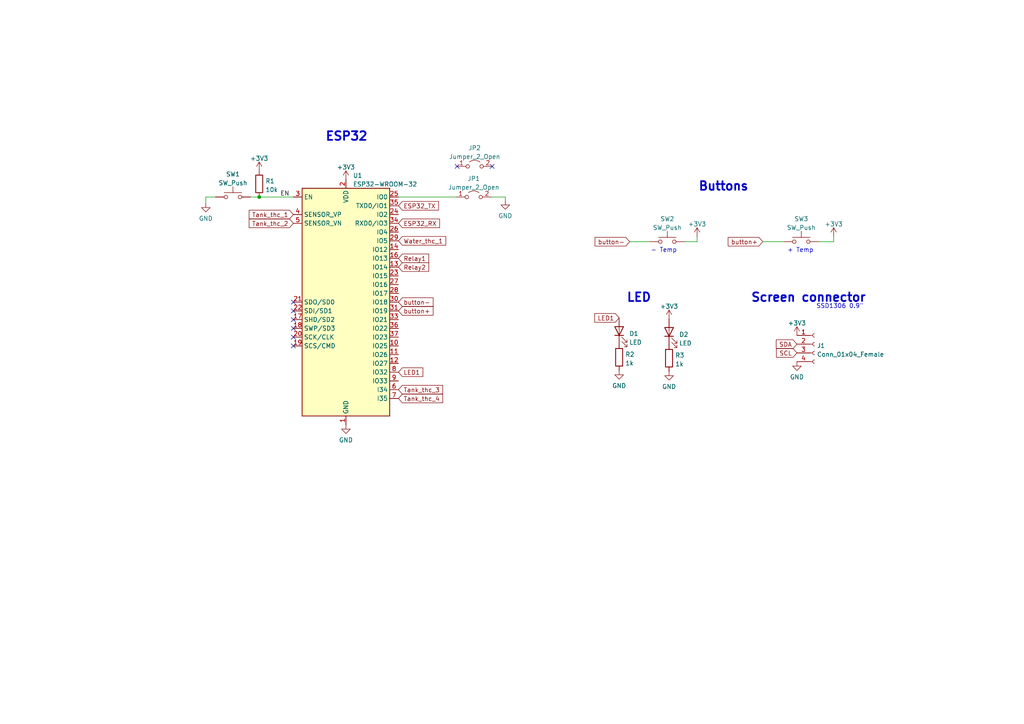
<source format=kicad_sch>
(kicad_sch (version 20211123) (generator eeschema)
  (paper "A4")
  (lib_symbols
    (symbol "Connector:Conn_01x04_Female" (pin_names (offset 1.016) hide)
      (property "Reference" "J" (at 0 5.08 0))
      (property "Value" "Conn_01x04_Female" (at 0 -7.62 0))
      (symbol "Conn_01x04_Female_1_1"
        (arc (start 0 -4.572) (mid -0.508 -5.08) (end 0 -5.588) (stroke (width 0.1524)))
        (arc (start 0 -2.032) (mid -0.508 -2.54) (end 0 -3.048) (stroke (width 0.1524)))
        (polyline (pts (xy -1.27 -5.08) (xy -0.508 -5.08)) (stroke (width 0.1524)))
        (polyline (pts (xy -1.27 -2.54) (xy -0.508 -2.54)) (stroke (width 0.1524)))
        (polyline (pts (xy -1.27 0) (xy -0.508 0)) (stroke (width 0.1524)))
        (polyline (pts (xy -1.27 2.54) (xy -0.508 2.54)) (stroke (width 0.1524)))
        (arc (start 0 0.508) (mid -0.508 0) (end 0 -0.508) (stroke (width 0.1524)))
        (arc (start 0 3.048) (mid -0.508 2.54) (end 0 2.032) (stroke (width 0.1524)))
        (pin passive line (at -5.08 2.54 0) (length 3.81) (name "Pin_1") (number "1"))
        (pin passive line (at -5.08 0 0) (length 3.81) (name "Pin_2") (number "2"))
        (pin passive line (at -5.08 -2.54 0) (length 3.81) (name "Pin_3") (number "3"))
        (pin passive line (at -5.08 -5.08 0) (length 3.81) (name "Pin_4") (number "4"))
      )
    )
    (symbol "Device:LED" (pin_numbers hide) (pin_names (offset 1.016) hide)
      (property "Reference" "D" (at 0 2.54 0))
      (property "Value" "LED" (at 0 -2.54 0))
      (symbol "LED_0_1"
        (polyline (pts (xy -1.27 -1.27) (xy -1.27 1.27)) (stroke (width 0.254)))
        (polyline (pts (xy -1.27 0) (xy 1.27 0)))
        (polyline (pts (xy 1.27 -1.27) (xy 1.27 1.27) (xy -1.27 0) (xy 1.27 -1.27)) (stroke (width 0.254)))
        (polyline (pts (xy -3.048 -0.762) (xy -4.572 -2.286) (xy -3.81 -2.286) (xy -4.572 -2.286) (xy -4.572 -1.524)))
        (polyline (pts (xy -1.778 -0.762) (xy -3.302 -2.286) (xy -2.54 -2.286) (xy -3.302 -2.286) (xy -3.302 -1.524)))
      )
      (symbol "LED_1_1"
        (pin passive line (at -3.81 0 0) (length 2.54) (name "K") (number "1"))
        (pin passive line (at 3.81 0 180) (length 2.54) (name "A") (number "2"))
      )
    )
    (symbol "Device:R" (pin_numbers hide) (pin_names (offset 0))
      (property "Reference" "R" (at 2.032 0 90))
      (property "Value" "R" (at 0 0 90))
      (symbol "R_0_1"
        (rectangle (start -1.016 -2.54) (end 1.016 2.54) (stroke (width 0.254)))
      )
      (symbol "R_1_1"
        (pin passive line (at 0 3.81 270) (length 1.27) (name "~") (number "1"))
        (pin passive line (at 0 -3.81 90) (length 1.27) (name "~") (number "2"))
      )
    )
    (symbol "Jumper:Jumper_2_Open" (pin_names (offset 0) hide)
      (property "Reference" "JP" (at 0 2.794 0))
      (property "Value" "Jumper_2_Open" (at 0 -2.286 0))
      (symbol "Jumper_2_Open_0_0"
        (circle (center -2.032 0) (radius 0.508))
        (circle (center 2.032 0) (radius 0.508))
      )
      (symbol "Jumper_2_Open_0_1"
        (arc (start 1.524 1.27) (mid 0 1.778) (end -1.524 1.27))
      )
      (symbol "Jumper_2_Open_1_1"
        (pin passive line (at -5.08 0 0) (length 2.54) (name "A") (number "1"))
        (pin passive line (at 5.08 0 180) (length 2.54) (name "B") (number "2"))
      )
    )
    (symbol "RF_Module:ESP32-WROOM-32"
      (property "Reference" "U?" (at 2.0194 36.7198 0))
      (property "Value" "ESP32-WROOM-32" (at 2.0194 34.1829 0))
      (symbol "ESP32-WROOM-32_0_1"
        (rectangle (start -12.7 33.02) (end 12.7 -33.02) (stroke (width 0.254)) (fill (type background)))
      )
      (symbol "ESP32-WROOM-32_1_1"
        (pin power_in line (at 0 -35.56 90) (length 2.54) (name "GND") (number "1"))
        (pin bidirectional line (at 15.24 -12.7 180) (length 2.54) (name "IO25") (number "10"))
        (pin bidirectional line (at 15.24 -15.24 180) (length 2.54) (name "IO26") (number "11"))
        (pin bidirectional line (at 15.24 -17.78 180) (length 2.54) (name "IO27") (number "12"))
        (pin bidirectional line (at 15.24 10.16 180) (length 2.54) (name "IO14") (number "13"))
        (pin bidirectional line (at 15.24 15.24 180) (length 2.54) (name "IO12") (number "14"))
        (pin passive line (at 0 -35.56 90) (length 2.54) hide (name "GND") (number "15"))
        (pin bidirectional line (at 15.24 12.7 180) (length 2.54) (name "IO13") (number "16"))
        (pin bidirectional line (at -15.24 -5.08 0) (length 2.54) (name "SHD/SD2") (number "17"))
        (pin bidirectional line (at -15.24 -7.62 0) (length 2.54) (name "SWP/SD3") (number "18"))
        (pin bidirectional line (at -15.24 -12.7 0) (length 2.54) (name "SCS/CMD") (number "19"))
        (pin power_in line (at 0 35.56 270) (length 2.54) (name "VDD") (number "2"))
        (pin bidirectional line (at -15.24 -10.16 0) (length 2.54) (name "SCK/CLK") (number "20"))
        (pin bidirectional line (at -15.24 0 0) (length 2.54) (name "SDO/SD0") (number "21"))
        (pin bidirectional line (at -15.24 -2.54 0) (length 2.54) (name "SDI/SD1") (number "22"))
        (pin bidirectional line (at 15.24 7.62 180) (length 2.54) (name "IO15") (number "23"))
        (pin bidirectional line (at 15.24 25.4 180) (length 2.54) (name "IO2") (number "24"))
        (pin bidirectional line (at 15.24 30.48 180) (length 2.54) (name "IO0") (number "25"))
        (pin bidirectional line (at 15.24 20.32 180) (length 2.54) (name "IO4") (number "26"))
        (pin bidirectional line (at 15.24 5.08 180) (length 2.54) (name "IO16") (number "27"))
        (pin bidirectional line (at 15.24 2.54 180) (length 2.54) (name "IO17") (number "28"))
        (pin bidirectional line (at 15.24 17.78 180) (length 2.54) (name "IO5") (number "29"))
        (pin input line (at -15.24 30.48 0) (length 2.54) (name "EN") (number "3"))
        (pin bidirectional line (at 15.24 0 180) (length 2.54) (name "IO18") (number "30"))
        (pin bidirectional line (at 15.24 -2.54 180) (length 2.54) (name "IO19") (number "31"))
        (pin no_connect line (at -12.7 -27.94 0) (length 2.54) hide (name "NC") (number "32"))
        (pin bidirectional line (at 15.24 -5.08 180) (length 2.54) (name "IO21") (number "33"))
        (pin bidirectional line (at 15.24 22.86 180) (length 2.54) (name "RXD0/IO3") (number "34"))
        (pin bidirectional line (at 15.24 27.94 180) (length 2.54) (name "TXD0/IO1") (number "35"))
        (pin bidirectional line (at 15.24 -7.62 180) (length 2.54) (name "IO22") (number "36"))
        (pin bidirectional line (at 15.24 -10.16 180) (length 2.54) (name "IO23") (number "37"))
        (pin passive line (at 0 -35.56 90) (length 2.54) hide (name "GND") (number "38"))
        (pin passive line (at 0 -35.56 90) (length 2.54) hide (name "GND") (number "39"))
        (pin input line (at -15.24 25.4 0) (length 2.54) (name "SENSOR_VP") (number "4"))
        (pin input line (at -15.24 22.86 0) (length 2.54) (name "SENSOR_VN") (number "5"))
        (pin input line (at 15.24 -25.4 180) (length 2.54) (name "I34") (number "6"))
        (pin input line (at 15.24 -27.94 180) (length 2.54) (name "I35") (number "7"))
        (pin bidirectional line (at 15.24 -20.32 180) (length 2.54) (name "IO32") (number "8"))
        (pin bidirectional line (at 15.24 -22.86 180) (length 2.54) (name "IO33") (number "9"))
      )
    )
    (symbol "Switch:SW_Push" (pin_numbers hide) (pin_names (offset 1.016) hide)
      (property "Reference" "SW" (at 1.27 2.54 0))
      (property "Value" "SW_Push" (at 0 -1.524 0))
      (symbol "SW_Push_0_1"
        (circle (center -2.032 0) (radius 0.508))
        (polyline (pts (xy 0 1.27) (xy 0 3.048)))
        (polyline (pts (xy 2.54 1.27) (xy -2.54 1.27)))
        (circle (center 2.032 0) (radius 0.508))
        (pin passive line (at -5.08 0 0) (length 2.54) (name "1") (number "1"))
        (pin passive line (at 5.08 0 180) (length 2.54) (name "2") (number "2"))
      )
    )
    (symbol "power:+3.3V" (power) (pin_names (offset 0))
      (property "Value" "+3.3V" (at 0 3.556 0))
      (symbol "+3.3V_0_1"
        (polyline (pts (xy -0.762 1.27) (xy 0 2.54)))
        (polyline (pts (xy 0 0) (xy 0 2.54)))
        (polyline (pts (xy 0 2.54) (xy 0.762 1.27)))
      )
      (symbol "+3.3V_1_1"
        (pin power_in line (at 0 0 90) (length 0) hide (name "+3V3") (number "1"))
      )
    )
    (symbol "power:+3V3" (power) (pin_names (offset 0))
      (property "Value" "+3V3" (at 0 3.556 0))
      (symbol "+3V3_0_1"
        (polyline (pts (xy -0.762 1.27) (xy 0 2.54)))
        (polyline (pts (xy 0 0) (xy 0 2.54)))
        (polyline (pts (xy 0 2.54) (xy 0.762 1.27)))
      )
      (symbol "+3V3_1_1"
        (pin power_in line (at 0 0 90) (length 0) hide (name "+3V3") (number "1"))
      )
    )
    (symbol "power:GND" (power) (pin_names (offset 0))
      (property "Value" "GND" (at 0 -3.81 0))
      (symbol "GND_0_1"
        (polyline (pts (xy 0 0) (xy 0 -1.27) (xy 1.27 -1.27) (xy 0 -2.54) (xy -1.27 -1.27) (xy 0 -1.27)))
      )
      (symbol "GND_1_1"
        (pin power_in line (at 0 0 270) (length 0) hide (name "GND") (number "1"))
      )
    )
  )
  (junction (at 75.184 57.15))
  (no_connect (at 85.09 95.25))
  (no_connect (at 85.09 90.17))
  (no_connect (at 85.09 92.71))
  (no_connect (at 85.09 97.79))
  (no_connect (at 85.09 87.63))
  (no_connect (at 85.09 100.33))
  (no_connect (at 132.588 48.26))
  (no_connect (at 142.748 48.26))
  (wire (pts (xy 241.808 70.104) (xy 241.808 68.58)))
  (wire (pts (xy 146.558 57.15) (xy 142.494 57.15)))
  (wire (pts (xy 202.184 70.104) (xy 198.628 70.104)))
  (wire (pts (xy 188.468 70.104) (xy 182.626 70.104)))
  (wire (pts (xy 75.184 57.15) (xy 72.644 57.15)))
  (wire (pts (xy 227.33 70.104) (xy 221.234 70.104)))
  (wire (pts (xy 75.184 57.15) (xy 85.09 57.15)))
  (wire (pts (xy 146.558 57.15) (xy 146.558 58.166)))
  (wire (pts (xy 115.57 57.15) (xy 132.334 57.15)))
  (wire (pts (xy 59.69 57.15) (xy 62.484 57.15)))
  (wire (pts (xy 59.69 57.15) (xy 59.69 58.928)))
  (wire (pts (xy 237.49 70.104) (xy 241.808 70.104)))
  (wire (pts (xy 202.184 68.58) (xy 202.184 70.104)))
  (text "Buttons" (at 202.438 55.626 0) (effects (font (size 2.5 2.5) (thickness 0.5) bold) (justify left bottom)))
  (text "Screen connector" (at 217.678 87.884 0) (effects (font (size 2.5 2.5) (thickness 0.5) bold) (justify left bottom)))
  (text "+ Temp" (at 228.346 73.406 0) (effects (font (size 1.27 1.27)) (justify left bottom)))
  (text "ESP32" (at 94.234 41.148 0) (effects (font (size 2.5 2.5) (thickness 0.5) bold) (justify left bottom)))
  (text "- Temp" (at 188.722 73.406 0) (effects (font (size 1.27 1.27)) (justify left bottom)))
  (text "LED" (at 181.61 87.884 0) (effects (font (size 2.5 2.5) (thickness 0.5) bold) (justify left bottom)))
  (text "SSD1306 0.9\"" (at 236.728 89.662 0) (effects (font (size 1.27 1.27)) (justify left bottom)))
  (label "EN" (at 81.28 57.15 0))
  (global_label "Relay1" (shape input) (at 115.57 74.93 0) (property "Intersheet References" "${INTERSHEET_REFS}" (effects hide)))
  (global_label "Relay2" (shape input) (at 115.57 77.47 0) (property "Intersheet References" "${INTERSHEET_REFS}" (effects hide)))
  (global_label "Tank_thc_1" (shape input) (at 85.09 62.23 180) (property "Intersheet References" "${INTERSHEET_REFS}" (effects hide)))
  (global_label "SDA" (shape input) (at 231.14 99.822 180) (property "Intersheet References" "${INTERSHEET_REFS}" (effects hide)))
  (global_label "button-" (shape input) (at 115.57 87.63 0) (property "Intersheet References" "${INTERSHEET_REFS}" (effects hide)))
  (global_label "button+" (shape input) (at 115.57 90.17 0) (property "Intersheet References" "${INTERSHEET_REFS}" (effects hide)))
  (global_label "Water_thc_1" (shape input) (at 115.57 69.85 0) (property "Intersheet References" "${INTERSHEET_REFS}" (effects hide)))
  (global_label "button-" (shape input) (at 182.626 70.104 180) (property "Intersheet References" "${INTERSHEET_REFS}" (effects hide)))
  (global_label "ESP32_TX" (shape input) (at 115.57 59.69 0) (property "Intersheet References" "${INTERSHEET_REFS}" (effects hide)))
  (global_label "LED1" (shape input) (at 115.57 107.95 0) (property "Intersheet References" "${INTERSHEET_REFS}" (effects hide)))
  (global_label "button+" (shape input) (at 221.234 70.104 180) (property "Intersheet References" "${INTERSHEET_REFS}" (effects hide)))
  (global_label "ESP32_RX" (shape input) (at 115.57 64.77 0) (property "Intersheet References" "${INTERSHEET_REFS}" (effects hide)))
  (global_label "Tank_thc_3" (shape input) (at 115.57 113.03 0) (property "Intersheet References" "${INTERSHEET_REFS}" (effects hide)))
  (global_label "SCL" (shape input) (at 231.14 102.362 180) (property "Intersheet References" "${INTERSHEET_REFS}" (effects hide)))
  (global_label "Tank_thc_2" (shape input) (at 85.09 64.77 180) (property "Intersheet References" "${INTERSHEET_REFS}" (effects hide)))
  (global_label "Tank_thc_4" (shape input) (at 115.57 115.57 0) (property "Intersheet References" "${INTERSHEET_REFS}" (effects hide)))
  (global_label "LED1" (shape input) (at 179.578 92.202 180) (property "Intersheet References" "${INTERSHEET_REFS}" (effects hide)))
  (symbol (lib_id "Switch:SW_Push") (at 67.564 57.15 0) (unit 1)
    (property "Reference" "SW1" (at 67.564 50.5292 0))
    (property "Value" "SW_Push" (at 67.564 53.0661 0))
    (property "Footprint" "Button_Switch_SMD:SW_SPST_B3U-1000P" (effects hide))
  )
  (symbol (lib_id "Jumper:Jumper_2_Open") (at 137.668 48.26 0) (unit 1)
    (property "Reference" "JP2" (at 137.668 42.9092 0))
    (property "Value" "Jumper_2_Open" (at 137.668 45.4461 0))
    (property "Footprint" "Connector_PinHeader_2.54mm:PinHeader_1x02_P2.54mm_Vertical" (effects hide))
  )
  (symbol (lib_id "power:+3.3V") (at 194.056 92.456 0) (unit 1)
    (property "Reference" "#PWR07" (effects hide))
    (property "Value" "+3.3V" (at 194.056 88.8802 0))
  )
  (symbol (lib_id "power:GND") (at 194.056 107.696 0) (unit 1)
    (property "Reference" "#PWR08" (effects hide))
    (property "Value" "GND" (at 194.056 112.1394 0))
  )
  (symbol (lib_id "power:GND") (at 146.558 58.166 0) (unit 1)
    (property "Reference" "#PWR05" (effects hide))
    (property "Value" "GND" (at 146.558 62.6094 0))
  )
  (symbol (lib_id "Switch:SW_Push") (at 193.548 70.104 0) (unit 1)
    (property "Reference" "SW2" (at 193.548 63.4832 0))
    (property "Value" "SW_Push" (at 193.548 66.0201 0))
    (property "Footprint" "Button_Switch_SMD:SW_SPST_B3U-1000P" (effects hide))
  )
  (symbol (lib_id "Device:LED") (at 179.578 96.012 90) (unit 1)
    (property "Reference" "D1" (at 182.499 96.7648 90) (effects (justify right)))
    (property "Value" "LED" (at 182.499 99.3017 90) (effects (justify right)))
    (property "Footprint" "LED_SMD:LED_0805_2012Metric" (effects hide))
  )
  (symbol (lib_id "power:GND") (at 59.69 58.928 0) (unit 1)
    (property "Reference" "#PWR01" (effects hide))
    (property "Value" "GND" (at 59.69 63.3714 0))
  )
  (symbol (lib_id "Device:R") (at 75.184 53.34 0) (unit 1)
    (property "Reference" "R1" (at 76.962 52.5053 0) (effects (justify left)))
    (property "Value" "10k" (at 76.962 55.0422 0) (effects (justify left)))
    (property "Footprint" "Resistor_SMD:R_0805_2012Metric" (effects hide))
  )
  (symbol (lib_id "power:+3.3V") (at 100.33 52.07 0) (unit 1)
    (property "Reference" "#PWR03" (effects hide))
    (property "Value" "+3.3V" (at 100.33 48.4942 0))
  )
  (symbol (lib_id "Switch:SW_Push") (at 232.41 70.104 0) (unit 1)
    (property "Reference" "SW3" (at 232.41 63.4832 0))
    (property "Value" "SW_Push" (at 232.41 66.0201 0))
    (property "Footprint" "Button_Switch_SMD:SW_SPST_B3U-1000P" (effects hide))
  )
  (symbol (lib_id "power:GND") (at 100.33 123.19 0) (unit 1)
    (property "Reference" "#PWR04" (effects hide))
    (property "Value" "GND" (at 100.33 127.6334 0))
  )
  (symbol (lib_id "Device:R") (at 179.578 103.632 0) (unit 1)
    (property "Reference" "R2" (at 181.356 102.7973 0) (effects (justify left)))
    (property "Value" "1k" (at 181.356 105.3342 0) (effects (justify left)))
    (property "Footprint" "Resistor_SMD:R_0805_2012Metric" (effects hide))
  )
  (symbol (lib_id "power:+3.3V") (at 75.184 49.53 0) (unit 1)
    (property "Reference" "#PWR02" (effects hide))
    (property "Value" "+3.3V" (at 75.184 45.9542 0))
  )
  (symbol (lib_id "power:+3V3") (at 202.184 68.58 0) (unit 1)
    (property "Reference" "#PWR09" (effects hide))
    (property "Value" "+3V3" (at 202.184 65.0042 0))
  )
  (symbol (lib_id "Connector:Conn_01x04_Female") (at 236.22 99.822 0) (unit 1)
    (property "Reference" "J1" (at 236.9312 100.2573 0) (effects (justify left)))
    (property "Value" "Conn_01x04_Female" (at 236.9312 102.7942 0) (effects (justify left)))
    (property "Footprint" "Connector_PinHeader_2.54mm:PinHeader_1x04_P2.54mm_Vertical" (effects hide))
  )
  (symbol (lib_id "Jumper:Jumper_2_Open") (at 137.414 57.15 0) (unit 1)
    (property "Reference" "JP1" (at 137.414 51.7992 0))
    (property "Value" "Jumper_2_Open" (at 137.414 54.3361 0))
    (property "Footprint" "Connector_PinHeader_2.54mm:PinHeader_1x02_P2.54mm_Vertical" (effects hide))
  )
  (symbol (lib_id "power:GND") (at 231.14 104.902 0) (unit 1)
    (property "Reference" "#PWR011" (effects hide))
    (property "Value" "GND" (at 231.14 109.3454 0))
  )
  (symbol (lib_id "power:GND") (at 179.578 107.442 0) (unit 1)
    (property "Reference" "#PWR06" (effects hide))
    (property "Value" "GND" (at 179.578 111.8854 0))
  )
  (symbol (lib_id "Device:R") (at 194.056 103.886 0) (unit 1)
    (property "Reference" "R3" (at 195.834 103.0513 0) (effects (justify left)))
    (property "Value" "1k" (at 195.834 105.5882 0) (effects (justify left)))
    (property "Footprint" "Resistor_SMD:R_0805_2012Metric" (effects hide))
  )
  (symbol (lib_id "Device:LED") (at 194.056 96.266 90) (unit 1)
    (property "Reference" "D2" (at 196.977 97.0188 90) (effects (justify right)))
    (property "Value" "LED" (at 196.977 99.5557 90) (effects (justify right)))
    (property "Footprint" "LED_SMD:LED_0805_2012Metric" (effects hide))
  )
  (symbol (lib_id "power:+3.3V") (at 231.14 97.282 0) (unit 1)
    (property "Reference" "#PWR010" (effects hide))
    (property "Value" "+3.3V" (at 231.14 93.7062 0))
  )
  (symbol (lib_id "RF_Module:ESP32-WROOM-32") (at 100.33 87.63 0) (unit 1)
    (property "Reference" "U1" (at 102.3494 50.9102 0) (effects (justify left)))
    (property "Value" "ESP32-WROOM-32" (at 102.3494 53.4471 0) (effects (justify left)))
    (property "Footprint" "RF_Module:ESP32-WROOM-32" (effects hide))
    (property "Datasheet" "https://www.espressif.com/sites/default/files/documentation/esp32-wroom-32_datasheet_en.pdf" (effects hide))
  )
  (symbol (lib_id "power:+3V3") (at 241.808 68.58 0) (unit 1)
    (property "Reference" "#PWR012" (effects hide))
    (property "Value" "+3V3" (at 241.808 65.0042 0))
  )
)
</source>
